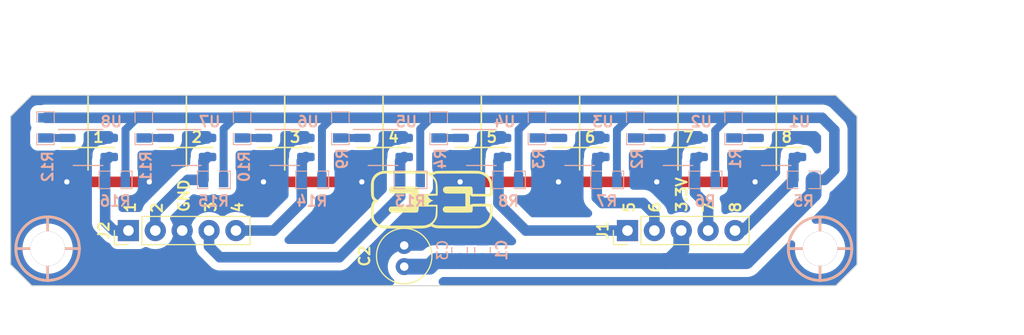
<source format=kicad_pcb>
(kicad_pcb (version 20221018) (generator pcbnew)
  (layers (0 "F.Cu" signal) (31 "B.Cu" signal) (34 "B.Paste" user) (35 "F.Paste" user) (36 "B.SilkS" user "B.Silkscreen") (37 "F.SilkS" user "F.Silkscreen") (38 "B.Mask" user) (39 "F.Mask" user) (44 "Edge.Cuts" user))
  (net 0 "")
  (net 1 "GND")
  (net 2 "+3V3")
  (net 3 "Net-(U1-A)")
  (net 4 "Net-(U2-A)")
  (net 5 "Net-(U3-A)")
  (net 6 "Net-(U4-A)")
  (net 7 "/OUT_1")
  (net 8 "/OUT_2")
  (net 9 "/OUT_3")
  (net 10 "/OUT_4")
  (net 11 "Net-(U5-A)")
  (net 12 "Net-(U6-A)")
  (net 13 "Net-(U7-A)")
  (net 14 "Net-(U8-A)")
  (net 15 "/OUT_5")
  (net 16 "/OUT_6")
  (net 17 "/OUT_7")
  (net 18 "/OUT_8")
  (footprint "EESTN5-v2:Separador_M3_5mm" (layer "F.Cu") (at 123.5 70.5)
    (fp_text reference "H1" hide)
    (fp_text value "HOLE" hide)
    (pad "1" thru_hole circle (at 0 0) (size 3.25 3.25) (drill 3.25) (layers "*.Cu" "*.Mask"))
  )
  (footprint "EESTN5-v2:Separador_M3_5mm" (layer "F.Cu") (at 196.5 70.5)
    (fp_text reference "H2" hide)
    (fp_text value "HOLE" hide)
    (pad "1" thru_hole circle (at 0 0) (size 3.25 3.25) (drill 3.25) (layers "*.Cu" "*.Mask"))
  )
  (footprint "EESTN5-v2:33_2_logo" (layer "F.Cu") (at 159.8 65.85 180)
    (fp_text reference "G***" hide)
    (fp_text value "LOGO" hide)
  )
  (footprint "Connector_PinHeader_2.54mm:PinHeader_1x05_P2.54mm_Vertical" (layer "F.Cu") (at 131.1375 68.79 90)
    (fp_text reference "J2" (at 0 -2.33 90) (layer "F.SilkS") (effects (font (thickness 0.2) bold)))
    (fp_text value "Conn_01x05_Pin")
    (pad "1" thru_hole rect (at 0 0 90) (size 2 2) (drill 1) (layers "*.Cu" "*.Mask") (net 18 "/OUT_8"))
    (pad "2" thru_hole oval (at 0 2.54 90) (size 2 2) (drill 1) (layers "*.Cu" "*.Mask") (net 17 "/OUT_7"))
    (pad "3" thru_hole oval (at 0 5.08 90) (size 2 2) (drill 1) (layers "*.Cu" "*.Mask") (net 1 "GND"))
    (pad "4" thru_hole oval (at 0 7.62 90) (size 2 2) (drill 1) (layers "*.Cu" "*.Mask") (net 15 "/OUT_5"))
    (pad "5" thru_hole oval (at 0 10.16 90) (size 2 2) (drill 1) (layers "*.Cu" "*.Mask") (net 16 "/OUT_6"))
  )
  (footprint "Connector_PinHeader_2.54mm:PinHeader_1x05_P2.54mm_Vertical" (layer "F.Cu") (at 178.3025 68.79 90)
    (fp_text reference "J1" (at 0 -2.33 90) (layer "F.SilkS") (effects (font (thickness 0.2) bold)))
    (fp_text value "Conn_01x05_Pin")
    (pad "1" thru_hole rect (at 0 0 90) (size 2 2) (drill 1) (layers "*.Cu" "*.Mask") (net 10 "/OUT_4"))
    (pad "2" thru_hole oval (at 0 2.54 90) (size 2 2) (drill 1) (layers "*.Cu" "*.Mask") (net 9 "/OUT_3"))
    (pad "3" thru_hole oval (at 0 5.08 90) (size 2 2) (drill 1) (layers "*.Cu" "*.Mask") (net 2 "+3V3"))
    (pad "4" thru_hole oval (at 0 7.62 90) (size 2 2) (drill 1) (layers "*.Cu" "*.Mask") (net 8 "/OUT_2"))
    (pad "5" thru_hole oval (at 0 10.16 90) (size 2 2) (drill 1) (layers "*.Cu" "*.Mask") (net 7 "/OUT_1"))
  )
  (footprint "Capacitor_THT:C_Radial_D5.0mm_H11.0mm_P2.00mm" (layer "F.Cu") (at 157.2 72.2 90)
    (fp_text reference "C2" (at 1 -3.75 90) (layer "F.SilkS") (effects (font (thickness 0.2) bold)))
    (fp_text value "100uf")
    (pad "1" thru_hole circle (at 0 0 90) (size 1.6 1.6) (drill 0.8) (layers "*.Cu" "*.Mask") (net 2 "+3V3"))
    (pad "2" thru_hole circle (at 2 0 90) (size 1.6 1.6) (drill 0.8) (layers "*.Cu" "*.Mask") (net 1 "GND"))
  )
  (footprint "EESTN5-v2:R_0805" (layer "B.Cu") (at 148.47335 64)
    (fp_text reference "R14" (at 0 2) (layer "B.SilkS") (effects (font (thickness 0.2) bold) (justify mirror)))
    (fp_text value "10k" hide)
    (pad "1" smd rect (at -0.9525 0) (size 0.889 1.397) (layers "B.Cu" "B.Paste" "B.Mask") (net 16 "/OUT_6"))
    (pad "2" smd rect (at 0.9525 0) (size 0.889 1.397) (layers "B.Cu" "B.Paste" "B.Mask") (net 2 "+3V3"))
  )
  (footprint "OptoDevice:OnSemi_CASE100CY" (layer "B.Cu") (at 127.322499 60.94 -90)
    (fp_text reference "U8" (at -2.44 -2.2) (layer "B.SilkS") (effects (font (thickness 0.2) bold) (justify mirror)))
    (fp_text value "QRE1113GR")
    (pad "1" smd roundrect (at -0.9 2 270) (size 0.79 1.66) (layers "B.Cu" "B.Paste" "B.Mask") (net 14 "Net-(U8-A)"))
    (pad "2" smd roundrect (at -0.9 -2 270) (size 0.79 1.66) (layers "B.Cu" "B.Paste" "B.Mask") (net 1 "GND"))
    (pad "3" smd roundrect (at 0.9 -2 270) (size 0.79 1.66) (layers "B.Cu" "B.Paste" "B.Mask") (net 18 "/OUT_8"))
    (pad "4" smd roundrect (at 0.9 2 270) (size 0.79 1.66) (layers "B.Cu" "B.Paste" "B.Mask") (net 1 "GND"))
  )
  (footprint "EESTN5-v2:R_0805" (layer "B.Cu") (at 129.889499 64)
    (fp_text reference "R16" (at 0 2) (layer "B.SilkS") (effects (font (thickness 0.2) bold) (justify mirror)))
    (fp_text value "10k" hide)
    (pad "1" smd rect (at -0.9525 0) (size 0.889 1.397) (layers "B.Cu" "B.Paste" "B.Mask") (net 18 "/OUT_8"))
    (pad "2" smd rect (at 0.9525 0) (size 0.889 1.397) (layers "B.Cu" "B.Paste" "B.Mask") (net 2 "+3V3"))
  )
  (footprint "OptoDevice:OnSemi_CASE100CY" (layer "B.Cu") (at 192.36597 60.94 -90)
    (fp_text reference "U1" (at -2.44 -2.2) (layer "B.SilkS") (effects (font (thickness 0.2) bold) (justify mirror)))
    (fp_text value "QRE1113GR")
    (pad "1" smd roundrect (at -0.9 2 270) (size 0.79 1.66) (layers "B.Cu" "B.Paste" "B.Mask") (net 3 "Net-(U1-A)"))
    (pad "2" smd roundrect (at -0.9 -2 270) (size 0.79 1.66) (layers "B.Cu" "B.Paste" "B.Mask") (net 1 "GND"))
    (pad "3" smd roundrect (at 0.9 -2 270) (size 0.79 1.66) (layers "B.Cu" "B.Paste" "B.Mask") (net 7 "/OUT_1"))
    (pad "4" smd roundrect (at 0.9 2 270) (size 0.79 1.66) (layers "B.Cu" "B.Paste" "B.Mask") (net 1 "GND"))
  )
  (footprint "Capacitor_SMD:C_0805_2012Metric_Pad1.18x1.45mm_HandSolder" (layer "B.Cu") (at 164.6 70.6425 90)
    (fp_text reference "C1" (at 0.0025 1.81 90) (layer "B.SilkS") (effects (font (thickness 0.2) bold) (justify mirror)))
    (fp_text value "100nf")
    (pad "1" smd roundrect (at -1.0375 0 90) (size 1.175 1.45) (layers "B.Cu" "B.Paste" "B.Mask") (roundrect_rratio 0.2127659574) (net 2 "+3V3"))
    (pad "2" smd roundrect (at 1.0375 0 90) (size 1.175 1.45) (layers "B.Cu" "B.Paste" "B.Mask") (roundrect_rratio 0.2127659574) (net 1 "GND"))
  )
  (footprint "EESTN5-v2:R_0805" (layer "B.Cu") (at 123.3 59.0875 -90)
    (fp_text reference "R12" (at 3.6625 -0.2 90) (layer "B.SilkS") (effects (font (thickness 0.2) bold) (justify mirror)))
    (fp_text value "100" hide)
    (pad "1" smd rect (at -0.9525 0 270) (size 0.889 1.397) (layers "B.Cu" "B.Paste" "B.Mask") (net 2 "+3V3"))
    (pad "2" smd rect (at 0.9525 0 270) (size 0.889 1.397) (layers "B.Cu" "B.Paste" "B.Mask") (net 14 "Net-(U8-A)"))
  )
  (footprint "OptoDevice:OnSemi_CASE100CY" (layer "B.Cu") (at 145.90635 60.94 -90)
    (fp_text reference "U6" (at -2.44 -2.2) (layer "B.SilkS") (effects (font (thickness 0.2) bold) (justify mirror)))
    (fp_text value "QRE1113GR")
    (pad "1" smd roundrect (at -0.9 2 270) (size 0.79 1.66) (layers "B.Cu" "B.Paste" "B.Mask") (net 12 "Net-(U6-A)"))
    (pad "2" smd roundrect (at -0.9 -2 270) (size 0.79 1.66) (layers "B.Cu" "B.Paste" "B.Mask") (net 1 "GND"))
    (pad "3" smd roundrect (at 0.9 -2 270) (size 0.79 1.66) (layers "B.Cu" "B.Paste" "B.Mask") (net 16 "/OUT_6"))
    (pad "4" smd roundrect (at 0.9 2 270) (size 0.79 1.66) (layers "B.Cu" "B.Paste" "B.Mask") (net 1 "GND"))
  )
  (footprint "EESTN5-v2:R_0805" (layer "B.Cu") (at 167.057198 64)
    (fp_text reference "R8" (at 0 2) (layer "B.SilkS") (effects (font (thickness 0.2) bold) (justify mirror)))
    (fp_text value "10k" hide)
    (pad "1" smd rect (at -0.9525 0) (size 0.889 1.397) (layers "B.Cu" "B.Paste" "B.Mask") (net 10 "/OUT_4"))
    (pad "2" smd rect (at 0.9525 0) (size 0.889 1.397) (layers "B.Cu" "B.Paste" "B.Mask") (net 2 "+3V3"))
  )
  (footprint "EESTN5-v2:R_0805" (layer "B.Cu") (at 179.03571 59.0875 -90)
    (fp_text reference "R2" (at 2.9125 -0.175 90) (layer "B.SilkS") (effects (font (thickness 0.2) bold) (justify mirror)))
    (fp_text value "100" hide)
    (pad "1" smd rect (at -0.9525 0 270) (size 0.889 1.397) (layers "B.Cu" "B.Paste" "B.Mask") (net 2 "+3V3"))
    (pad "2" smd rect (at 0.9525 0 270) (size 0.889 1.397) (layers "B.Cu" "B.Paste" "B.Mask") (net 4 "Net-(U2-A)"))
  )
  (footprint "EESTN5-v2:R_0805" (layer "B.Cu") (at 160.45714 59.0875 -90)
    (fp_text reference "R4" (at 2.9125 -0.175 90) (layer "B.SilkS") (effects (font (thickness 0.2) bold) (justify mirror)))
    (fp_text value "100" hide)
    (pad "1" smd rect (at -0.9525 0 270) (size 0.889 1.397) (layers "B.Cu" "B.Paste" "B.Mask") (net 2 "+3V3"))
    (pad "2" smd rect (at 0.9525 0 270) (size 0.889 1.397) (layers "B.Cu" "B.Paste" "B.Mask") (net 6 "Net-(U4-A)"))
  )
  (footprint "EESTN5-v2:R_0805" (layer "B.Cu") (at 185.641046 64)
    (fp_text reference "R6" (at 0 2) (layer "B.SilkS") (effects (font (thickness 0.2) bold) (justify mirror)))
    (fp_text value "10k" hide)
    (pad "1" smd rect (at -0.9525 0) (size 0.889 1.397) (layers "B.Cu" "B.Paste" "B.Mask") (net 8 "/OUT_2"))
    (pad "2" smd rect (at 0.9525 0) (size 0.889 1.397) (layers "B.Cu" "B.Paste" "B.Mask") (net 2 "+3V3"))
  )
  (footprint "OptoDevice:OnSemi_CASE100CY" (layer "B.Cu") (at 164.490198 60.94 -90)
    (fp_text reference "U4" (at -2.44 -2.2) (layer "B.SilkS") (effects (font (thickness 0.2) bold) (justify mirror)))
    (fp_text value "QRE1113GR")
    (pad "1" smd roundrect (at -0.9 2 270) (size 0.79 1.66) (layers "B.Cu" "B.Paste" "B.Mask") (net 6 "Net-(U4-A)"))
    (pad "2" smd roundrect (at -0.9 -2 270) (size 0.79 1.66) (layers "B.Cu" "B.Paste" "B.Mask") (net 1 "GND"))
    (pad "3" smd roundrect (at 0.9 -2 270) (size 0.79 1.66) (layers "B.Cu" "B.Paste" "B.Mask") (net 10 "/OUT_4"))
    (pad "4" smd roundrect (at 0.9 2 270) (size 0.79 1.66) (layers "B.Cu" "B.Paste" "B.Mask") (net 1 "GND"))
  )
  (footprint "OptoDevice:OnSemi_CASE100CY" (layer "B.Cu") (at 136.614426 60.94 -90)
    (fp_text reference "U7" (at -2.44 -2.2) (layer "B.SilkS") (effects (font (thickness 0.2) bold) (justify mirror)))
    (fp_text value "QRE1113GR")
    (pad "1" smd roundrect (at -0.9 2 270) (size 0.79 1.66) (layers "B.Cu" "B.Paste" "B.Mask") (net 13 "Net-(U7-A)"))
    (pad "2" smd roundrect (at -0.9 -2 270) (size 0.79 1.66) (layers "B.Cu" "B.Paste" "B.Mask") (net 1 "GND"))
    (pad "3" smd roundrect (at 0.9 -2 270) (size 0.79 1.66) (layers "B.Cu" "B.Paste" "B.Mask") (net 17 "/OUT_7"))
    (pad "4" smd roundrect (at 0.9 2 270) (size 0.79 1.66) (layers "B.Cu" "B.Paste" "B.Mask") (net 1 "GND"))
  )
  (footprint "EESTN5-v2:R_0805" (layer "B.Cu") (at 169.746425 59.0875 -90)
    (fp_text reference "R3" (at 2.9125 -0.175 90) (layer "B.SilkS") (effects (font (thickness 0.2) bold) (justify mirror)))
    (fp_text value "100" hide)
    (pad "1" smd rect (at -0.9525 0 270) (size 0.889 1.397) (layers "B.Cu" "B.Paste" "B.Mask") (net 2 "+3V3"))
    (pad "2" smd rect (at 0.9525 0 270) (size 0.889 1.397) (layers "B.Cu" "B.Paste" "B.Mask") (net 5 "Net-(U3-A)"))
  )
  (footprint "EESTN5-v2:R_0805" (layer "B.Cu") (at 139.181426 64)
    (fp_text reference "R15" (at 0 2) (layer "B.SilkS") (effects (font (thickness 0.2) bold) (justify mirror)))
    (fp_text value "10k" hide)
    (pad "1" smd rect (at -0.9525 0) (size 0.889 1.397) (layers "B.Cu" "B.Paste" "B.Mask") (net 17 "/OUT_7"))
    (pad "2" smd rect (at 0.9525 0) (size 0.889 1.397) (layers "B.Cu" "B.Paste" "B.Mask") (net 2 "+3V3"))
  )
  (footprint "OptoDevice:OnSemi_CASE100CY" (layer "B.Cu") (at 173.782122 60.94 -90)
    (fp_text reference "U3" (at -2.44 -2.2) (layer "B.SilkS") (effects (font (thickness 0.2) bold) (justify mirror)))
    (fp_text value "QRE1113GR")
    (pad "1" smd roundrect (at -0.9 2 270) (size 0.79 1.66) (layers "B.Cu" "B.Paste" "B.Mask") (net 5 "Net-(U3-A)"))
    (pad "2" smd roundrect (at -0.9 -2 270) (size 0.79 1.66) (layers "B.Cu" "B.Paste" "B.Mask") (net 1 "GND"))
    (pad "3" smd roundrect (at 0.9 -2 270) (size 0.79 1.66) (layers "B.Cu" "B.Paste" "B.Mask") (net 9 "/OUT_3"))
    (pad "4" smd roundrect (at 0.9 2 270) (size 0.79 1.66) (layers "B.Cu" "B.Paste" "B.Mask") (net 1 "GND"))
  )
  (footprint "EESTN5-v2:R_0805" (layer "B.Cu") (at 157.765274 64)
    (fp_text reference "R13" (at 0 2) (layer "B.SilkS") (effects (font (thickness 0.2) bold) (justify mirror)))
    (fp_text value "10k" hide)
    (pad "1" smd rect (at -0.9525 0) (size 0.889 1.397) (layers "B.Cu" "B.Paste" "B.Mask") (net 15 "/OUT_5"))
    (pad "2" smd rect (at 0.9525 0) (size 0.889 1.397) (layers "B.Cu" "B.Paste" "B.Mask") (net 2 "+3V3"))
  )
  (footprint "EESTN5-v2:R_0805" (layer "B.Cu") (at 151.167855 59.0875 -90)
    (fp_text reference "R9" (at 2.9125 -0.175 90) (layer "B.SilkS") (effects (font (thickness 0.2) bold) (justify mirror)))
    (fp_text value "100" hide)
    (pad "1" smd rect (at -0.9525 0 270) (size 0.889 1.397) (layers "B.Cu" "B.Paste" "B.Mask") (net 2 "+3V3"))
    (pad "2" smd rect (at 0.9525 0 270) (size 0.889 1.397) (layers "B.Cu" "B.Paste" "B.Mask") (net 11 "Net-(U5-A)"))
  )
  (footprint "EESTN5-v2:R_0805" (layer "B.Cu") (at 141.87857 59.0875 -90)
    (fp_text reference "R10" (at 3.6625 -0.2 90) (layer "B.SilkS") (effects (font (thickness 0.2) bold) (justify mirror)))
    (fp_text value "100" hide)
    (pad "1" smd rect (at -0.9525 0 270) (size 0.889 1.397) (layers "B.Cu" "B.Paste" "B.Mask") (net 2 "+3V3"))
    (pad "2" smd rect (at 0.9525 0 270) (size 0.889 1.397) (layers "B.Cu" "B.Paste" "B.Mask") (net 12 "Net-(U6-A)"))
  )
  (footprint "EESTN5-v2:R_0805" (layer "B.Cu") (at 188.325 59.0875 -90)
    (fp_text reference "R1" (at 2.9125 -0.175 90) (layer "B.SilkS") (effects (font (thickness 0.2) bold) (justify mirror)))
    (fp_text value "100" hide)
    (pad "1" smd rect (at -0.9525 0 270) (size 0.889 1.397) (layers "B.Cu" "B.Paste" "B.Mask") (net 2 "+3V3"))
    (pad "2" smd rect (at 0.9525 0 270) (size 0.889 1.397) (layers "B.Cu" "B.Paste" "B.Mask") (net 3 "Net-(U1-A)"))
  )
  (footprint "EESTN5-v2:R_0805" (layer "B.Cu") (at 132.589285 59.0875 -90)
    (fp_text reference "R11" (at 3.6625 -0.2 90) (layer "B.SilkS") (effects (font (thickness 0.2) bold) (justify mirror)))
    (fp_text value "100" hide)
    (pad "1" smd rect (at -0.9525 0 270) (size 0.889 1.397) (layers "B.Cu" "B.Paste" "B.Mask") (net 2 "+3V3"))
    (pad "2" smd rect (at 0.9525 0 270) (size 0.889 1.397) (layers "B.Cu" "B.Paste" "B.Mask") (net 13 "Net-(U7-A)"))
  )
  (footprint "EESTN5-v2:R_0805" (layer "B.Cu") (at 194.93297 64)
    (fp_text reference "R5" (at 0 2) (layer "B.SilkS") (effects (font (thickness 0.2) bold) (justify mirror)))
    (fp_text value "10k" hide)
    (pad "1" smd rect (at -0.9525 0) (size 0.889 1.397) (layers "B.Cu" "B.Paste" "B.Mask") (net 7 "/OUT_1"))
    (pad "2" smd rect (at 0.9525 0) (size 0.889 1.397) (layers "B.Cu" "B.Paste" "B.Mask") (net 2 "+3V3"))
  )
  (footprint "Capacitor_SMD:C_0805_2012Metric_Pad1.18x1.45mm_HandSolder" (layer "B.Cu") (at 162.43 70.6425 90)
    (fp_text reference "C3" (at 0 -1.61 90) (layer "B.SilkS") (effects (justify mirror)))
    (fp_text value "100nf")
    (pad "1" smd roundrect (at -1.0375 0 90) (size 1.175 1.45) (layers "B.Cu" "B.Paste" "B.Mask") (roundrect_rratio 0.2127659574) (net 2 "+3V3"))
    (pad "2" smd roundrect (at 1.0375 0 90) (size 1.175 1.45) (layers "B.Cu" "B.Paste" "B.Mask") (roundrect_rratio 0.2127659574) (net 1 "GND"))
  )
  (footprint "EESTN5-v2:R_0805" (layer "B.Cu") (at 176.349122 64)
    (fp_text reference "R7" (at 0 2) (layer "B.SilkS") (effects (font (thickness 0.2) bold) (justify mirror)))
    (fp_text value "10k" hide)
    (pad "1" smd rect (at -0.9525 0) (size 0.889 1.397) (layers "B.Cu" "B.Paste" "B.Mask") (net 9 "/OUT_3"))
    (pad "2" smd rect (at 0.9525 0) (size 0.889 1.397) (layers "B.Cu" "B.Paste" "B.Mask") (net 2 "+3V3"))
  )
  (footprint "OptoDevice:OnSemi_CASE100CY" (layer "B.Cu") (at 183.074046 60.94 -90)
    (fp_text reference "U2" (at -2.44 -2.2) (layer "B.SilkS") (effects (font (thickness 0.2) bold) (justify mirror)))
    (fp_text value "QRE1113GR")
    (pad "1" smd roundrect (at -0.9 2 270) (size 0.79 1.66) (layers "B.Cu" "B.Paste" "B.Mask") (net 4 "Net-(U2-A)"))
    (pad "2" smd roundrect (at -0.9 -2 270) (size 0.79 1.66) (layers "B.Cu" "B.Paste" "B.Mask") (net 1 "GND"))
    (pad "3" smd roundrect (at 0.9 -2 270) (size 0.79 1.66) (layers "B.Cu" "B.Paste" "B.Mask") (net 8 "/OUT_2"))
    (pad "4" smd roundrect (at 0.9 2 270) (size 0.79 1.66) (layers "B.Cu" "B.Paste" "B.Mask") (net 1 "GND"))
  )
  (footprint "OptoDevice:OnSemi_CASE100CY" (layer "B.Cu") (at 155.198274 60.94 -90)
    (fp_text reference "U5" (at -2.44 -2.2) (layer "B.SilkS") (effects (font (thickness 0.2) bold) (justify mirror)))
    (fp_text value "QRE1113GR")
    (pad "1" smd roundrect (at -0.9 2 270) (size 0.79 1.66) (layers "B.Cu" "B.Paste" "B.Mask") (net 11 "Net-(U5-A)"))
    (pad "2" smd roundrect (at -0.9 -2 270) (size 0.79 1.66) (layers "B.Cu" "B.Paste" "B.Mask") (net 1 "GND"))
    (pad "3" smd roundrect (at 0.9 -2 270) (size 0.79 1.66) (layers "B.Cu" "B.Paste" "B.Mask") (net 15 "/OUT_5"))
    (pad "4" smd roundrect (at 0.9 2 270) (size 0.79 1.66) (layers "B.Cu" "B.Paste" "B.Mask") (net 1 "GND"))
  )
  (gr_line (start 164.490198 56.06) (end 164.490198 63.06) (stroke (width 0.15)) (layer "F.SilkS"))
  (gr_line (start 124.822499 60.94) (end 129.822499 60.94) (stroke (width 0.15)) (layer "F.SilkS"))
  (gr_line (start 180.574046 60.94) (end 185.574046 60.94) (stroke (width 0.15)) (layer "F.SilkS"))
  (gr_line (start 183.074046 56.06) (end 183.074046 63.06) (stroke (width 0.15)) (layer "F.SilkS"))
  (gr_line (start 161.990198 60.94) (end 166.990198 60.94) (stroke (width 0.15)) (layer "F.SilkS"))
  (gr_line (start 134.114426 60.94) (end 139.114426 60.94) (stroke (width 0.15)) (layer "F.SilkS"))
  (gr_line (start 143.40635 60.94) (end 148.40635 60.94) (stroke (width 0.15)) (layer "F.SilkS"))
  (gr_line (start 171.282122 60.94) (end 176.282122 60.94) (stroke (width 0.15)) (layer "F.SilkS"))
  (gr_line (start 145.90635 56.06) (end 145.90635 63.06) (stroke (width 0.15)) (layer "F.SilkS"))
  (gr_line (start 173.782122 56.06) (end 173.782122 63.06) (stroke (width 0.15)) (layer "F.SilkS"))
  (gr_line (start 155.198274 56.06) (end 155.198274 63.06) (stroke (width 0.15)) (layer "F.SilkS"))
  (gr_line (start 192.36597 56.06) (end 192.36597 63.06) (stroke (width 0.15)) (layer "F.SilkS"))
  (gr_line (start 127.322499 56.06) (end 127.322499 63.06) (stroke (width 0.15)) (layer "F.SilkS"))
  (gr_line (start 189.86597 60.94) (end 194.86597 60.94) (stroke (width 0.15)) (layer "F.SilkS"))
  (gr_line (start 136.614426 56.06) (end 136.614426 63.06) (stroke (width 0.15)) (layer "F.SilkS"))
  (gr_line (start 152.698274 60.94) (end 157.698274 60.94) (stroke (width 0.15)) (layer "F.SilkS"))
  (gr_line (start 200 58) (end 200 72) (stroke (width 0.1)) (layer "Edge.Cuts"))
  (gr_line (start 120 58) (end 122 56) (stroke (width 0.1)) (layer "Edge.Cuts"))
  (gr_line (start 198 74) (end 122 74) (stroke (width 0.1)) (layer "Edge.Cuts"))
  (gr_line (start 120 72) (end 120 58) (stroke (width 0.1)) (layer "Edge.Cuts"))
  (gr_line (start 122 74) (end 120 72) (stroke (width 0.1)) (layer "Edge.Cuts"))
  (gr_line (start 122 56) (end 198 56) (stroke (width 0.1)) (layer "Edge.Cuts"))
  (gr_line (start 200 72) (end 198 74) (stroke (width 0.1)) (layer "Edge.Cuts"))
  (gr_line (start 198 56) (end 200 58) (stroke (width 0.1)) (layer "Edge.Cuts"))
  (gr_text "8" (at 192.743471 60.55) (layer "F.SilkS") (effects (font (size 1 1) (thickness 0.2) bold) (justify left bottom)))
  (gr_text "4\n" (at 142.0475 67.2 90) (layer "F.SilkS") (effects (font (size 1 1) (thickness 0.2) bold) (justify left bottom)))
  (gr_text "4" (at 155.575775 60.55) (layer "F.SilkS") (effects (font (size 1 1) (thickness 0.2) bold) (justify left bottom)))
  (gr_text "7" (at 183.451547 60.55) (layer "F.SilkS") (effects (font (size 1 1) (thickness 0.2) bold) (justify left bottom)))
  (gr_text "5" (at 164.867699 60.55) (layer "F.SilkS") (effects (font (size 1 1) (thickness 0.2) bold) (justify left bottom)))
  (gr_text "6\n" (at 181.47 67.2 90) (layer "F.SilkS") (effects (font (size 1 1) (thickness 0.2) bold) (justify left bottom)))
  (gr_text "3.3V\n" (at 184.01 67.15 90) (layer "F.SilkS") (effects (font (size 1 1) (thickness 0.2) bold) (justify left bottom)))
  (gr_text "3" (at 146.283851 60.55) (layer "F.SilkS") (effects (font (size 1 1) (thickness 0.2) bold) (justify left bottom)))
  (gr_text "8\n" (at 189.09 67.2 90) (layer "F.SilkS") (effects (font (size 1 1) (thickness 0.2) bold) (justify left bottom)))
  (gr_text "3\n" (at 139.5075 67.15 90) (layer "F.SilkS") (effects (font (size 1 1) (thickness 0.2) bold) (justify left bottom)))
  (gr_text "6" (at 174.159623 60.55) (layer "F.SilkS") (effects (font (size 1 1) (thickness 0.2) bold) (justify left bottom)))
  (gr_text "7\n" (at 186.55 67.2 90) (layer "F.SilkS") (effects (font (size 1 1) (thickness 0.2) bold) (justify left bottom)))
  (gr_text "1" (at 131.8875 67.2 90) (layer "F.SilkS") (effects (font (size 1 1) (thickness 0.2) bold) (justify left bottom)))
  (gr_text "GND\n" (at 136.9675 67.15 90) (layer "F.SilkS") (effects (font (size 1 1) (thickness 0.2) bold) (justify left bottom)))
  (gr_text "2" (at 136.991927 60.55) (layer "F.SilkS") (effects (font (size 1 1) (thickness 0.2) bold) (justify left bottom)))
  (gr_text "2" (at 134.4275 67.25 90) (layer "F.SilkS") (effects (font (size 1 1) (thickness 0.2) bold) (justify left bottom)))
  (gr_text "1" (at 127.7 60.55) (layer "F.SilkS") (effects (font (size 1 1) (thickness 0.2) bold) (justify left bottom)))
  (gr_text "5\n" (at 179.0525 67.2 90) (layer "F.SilkS") (effects (font (size 1 1) (thickness 0.2) bold) (justify left bottom)))
  (segment (start 162.486152 64.19) (end 171.778076 64.19) (width 1) (layer "F.Cu") (net 1))
  (segment (start 190.361924 64.19) (end 181.07 64.19) (width 1) (layer "F.Cu") (net 1))
  (segment (start 143.902304 64.19) (end 153.194228 64.19) (width 1) (layer "F.Cu") (net 1))
  (segment (start 181.07 64.19) (end 171.778076 64.19) (width 1) (layer "F.Cu") (net 1))
  (segment (start 125.355 64.375) (end 125.32 64.34) (width 0.75) (layer "F.Cu") (net 1))
  (segment (start 125.318453 64.19) (end 133.11 64.19) (width 1) (layer "F.Cu") (net 1))
  (via (at 125.318453 64.19) (size 1) (drill 0.5) (layers "F.Cu" "B.Cu") (net 1))
  (via (at 143.902304 64.19) (size 1) (drill 0.5) (layers "F.Cu" "B.Cu") (net 1))
  (via (at 181.07 64.19) (size 1) (drill 0.5) (layers "F.Cu" "B.Cu") (net 1))
  (via (at 171.778076 64.19) (size 1) (drill 0.5) (layers "F.Cu" "B.Cu") (net 1))
  (via (at 190.361924 64.19) (size 1) (drill 0.5) (layers "F.Cu" "B.Cu") (net 1))
  (via (at 133.11 64.19) (size 1) (drill 0.5) (layers "F.Cu" "B.Cu") (net 1))
  (via (at 162.486152 64.19) (size 1) (drill 0.5) (layers "F.Cu" "B.Cu") (net 1))
  (via (at 153.194228 64.19) (size 1) (drill 0.5) (layers "F.Cu" "B.Cu") (net 1))
  (segment (start 169.145 58.135) (end 169.746425 58.135) (width 0.75) (layer "B.Cu") (net 2))
  (segment (start 195.88547 64) (end 195.88547 65.32453) (width 1.5) (layer "B.Cu") (net 2))
  (segment (start 197.85 63.05) (end 196.9 64) (width 1) (layer "B.Cu") (net 2))
  (segment (start 162.43 71.68) (end 160.12 71.68) (width 1.5) (layer "B.Cu") (net 2))
  (segment (start 158.717774 59.192226) (end 159.775 58.135) (width 0.75) (layer "B.Cu") (net 2))
  (segment (start 183.3825 70.5675) (end 183.3825 68.79) (width 1.5) (layer "B.Cu") (net 2))
  (segment (start 196.685 58.135) (end 197.85 59.3) (width 1) (layer "B.Cu") (net 2))
  (segment (start 160.12 71.68) (end 159.6 72.2) (width 1.5) (layer "B.Cu") (net 2))
  (segment (start 177.301622 59.288378) (end 178.455 58.135) (width 0.75) (layer "B.Cu") (net 2))
  (segment (start 140.133926 64) (end 140.133926 59.176074) (width 0.75) (layer "B.Cu") (net 2))
  (segment (start 168.009698 59.270302) (end 169.145 58.135) (width 0.75) (layer "B.Cu") (net 2))
  (segment (start 164.6 71.68) (end 181.79 71.68) (width 1.5) (layer "B.Cu") (net 2))
  (segment (start 159.775 58.135) (end 196.685 58.135) (width 1) (layer "B.Cu") (net 2))
  (segment (start 181.79 71.68) (end 182.27 71.68) (width 1.5) (layer "B.Cu") (net 2))
  (segment (start 149.42585 59.10915) (end 150.4 58.135) (width 0.75) (layer "B.Cu") (net 2))
  (segment (start 189.53 71.68) (end 181.79 71.68) (width 1.5) (layer "B.Cu") (net 2))
  (segment (start 159.6 72.2) (end 157.2 72.2) (width 1.5) (layer "B.Cu") (net 2))
  (segment (start 182.27 71.68) (end 183.3825 70.5675) (width 1.5) (layer "B.Cu") (net 2))
  (segment (start 130.86 63.86) (end 130.86 59.25) (width 0.75) (layer "B.Cu") (net 2))
  (segment (start 149.42585 64) (end 149.42585 59.10915) (width 0.75) (layer "B.Cu") (net 2))
  (segment (start 123.3 58.135) (end 141.175 58.135) (width 1) (layer "B.Cu") (net 2))
  (segment (start 178.455 58.135) (end 179.03571 58.135) (width 0.75) (layer "B.Cu") (net 2))
  (segment (start 131.975 58.135) (end 132.6 58.135) (width 0.75) (layer "B.Cu") (net 2))
  (segment (start 186.593546 64) (end 186.593546 59.326454) (width 0.75) (layer "B.Cu") (net 2))
  (segment (start 177.301622 64) (end 177.301622 59.288378) (width 0.75) (layer "B.Cu") (net 2))
  (segment (start 158.717774 64) (end 158.717774 59.192226) (width 0.75) (layer "B.Cu") (net 2))
  (segment (start 197.85 59.3) (end 197.85 63.05) (width 1) (layer "B.Cu") (net 2))
  (segment (start 186.593546 59.326454) (end 187.785 58.135) (width 0.75) (layer "B.Cu") (net 2))
  (segment (start 195.88547 65.32453) (end 189.53 71.68) (width 1.5) (layer "B.Cu") (net 2))
  (segment (start 164.6 71.68) (end 162.43 71.68) (width 1.5) (layer "B.Cu") (net 2))
  (segment (start 130.86 59.25) (end 131.975 58.135) (width 0.75) (layer "B.Cu") (net 2))
  (segment (start 168.009698 64) (end 168.009698 59.270302) (width 0.75) (layer "B.Cu") (net 2))
  (segment (start 140.133926 59.176074) (end 141.175 58.135) (width 0.75) (layer "B.Cu") (net 2))
  (segment (start 196.9 64) (end 195.88547 64) (width 1) (layer "B.Cu") (net 2))
  (segment (start 150.4 58.135) (end 159.775 58.135) (width 1) (layer "B.Cu") (net 2))
  (segment (start 141.175 58.135) (end 150.4 58.135) (width 1) (layer "B.Cu") (net 2))
  (segment (start 187.785 58.135) (end 188.325 58.135) (width 0.75) (layer "B.Cu") (net 2))
  (segment (start 188.325 60.04) (end 190.36597 60.04) (width 0.75) (layer "B.Cu") (net 3))
  (segment (start 179.03571 60.04) (end 181.074046 60.04) (width 0.75) (layer "B.Cu") (net 4))
  (segment (start 169.746425 60.04) (end 171.782122 60.04) (width 0.75) (layer "B.Cu") (net 5))
  (segment (start 160.45714 60.04) (end 162.490198 60.04) (width 0.75) (layer "B.Cu") (net 6))
  (segment (start 193.98047 64) (end 193.98047 62.2255) (width 1) (layer "B.Cu") (net 7))
  (segment (start 193.98047 62.2255) (end 194.36597 61.84) (width 1) (layer "B.Cu") (net 7))
  (segment (start 188.4625 68.79) (end 189.19047 68.79) (width 1) (layer "B.Cu") (net 7))
  (segment (start 189.19047 68.79) (end 193.98047 64) (width 1) (layer "B.Cu") (net 7))
  (segment (start 185.9225 68.79) (end 185.9225 66.485408) (width 1) (layer "B.Cu") (net 8))
  (segment (start 184.688546 65.251454) (end 184.688546 64) (width 1) (layer "B.Cu") (net 8))
  (segment (start 185.9225 66.485408) (end 184.688546 65.251454) (width 1) (layer "B.Cu") (net 8))
  (segment (start 184.688546 64) (end 184.688546 62.2255) (width 1) (layer "B.Cu") (net 8))
  (segment (start 184.688546 62.2255) (end 185.074046 61.84) (width 1) (layer "B.Cu") (net 8))
  (segment (start 179.776622 66.186622) (end 175.91 66.186622) (width 1) (layer "B.Cu") (net 9))
  (segment (start 175.396622 65.673244) (end 175.396622 64) (width 1) (layer "B.Cu") (net 9))
  (segment (start 175.396622 62.2255) (end 175.782122 61.84) (width 1) (layer "B.Cu") (net 9))
  (segment (start 175.396622 64) (end 175.396622 62.2255) (width 1) (layer "B.Cu") (net 9))
  (segment (start 175.91 66.186622) (end 175.396622 65.673244) (width 1) (layer "B.Cu") (net 9))
  (segment (start 180.8425 68.79) (end 180.8425 67.2525) (width 1) (layer "B.Cu") (net 9))
  (segment (start 180.8425 67.2525) (end 179.776622 66.186622) (width 1) (layer "B.Cu") (net 9))
  (segment (start 166.104698 66.204698) (end 166.104698 64) (width 1) (layer "B.Cu") (net 10))
  (segment (start 166.104698 62.2255) (end 166.490198 61.84) (width 1) (layer "B.Cu") (net 10))
  (segment (start 178.3025 68.79) (end 168.69 68.79) (width 1) (layer "B.Cu") (net 10))
  (segment (start 168.69 68.79) (end 166.104698 66.204698) (width 1) (layer "B.Cu") (net 10))
  (segment (start 166.104698 64) (end 166.104698 62.2255) (width 1) (layer "B.Cu") (net 10))
  (segment (start 151.167855 60.04) (end 153.198274 60.04) (width 0.75) (layer "B.Cu") (net 11))
  (segment (start 141.87857 60.04) (end 143.90635 60.04) (width 0.75) (layer "B.Cu") (net 12))
  (segment (start 132.6 60.04) (end 134.614426 60.04) (width 0.75) (layer "B.Cu") (net 13))
  (segment (start 123.3 60.04) (end 125.322499 60.04) (width 0.75) (layer "B.Cu") (net 14))
  (segment (start 138.7575 68.79) (end 138.7575 70.2875) (width 1) (layer "B.Cu") (net 15))
  (segment (start 151.07 71.31) (end 156.812774 65.567226) (width 1) (layer "B.Cu") (net 15))
  (segment (start 138.7575 70.2875) (end 139.78 71.31) (width 1) (layer "B.Cu") (net 15))
  (segment (start 156.812774 65.567226) (end 156.812774 64) (width 1) (layer "B.Cu") (net 15))
  (segment (start 156.812774 62.2255) (end 157.198274 61.84) (width 1) (layer "B.Cu") (net 15))
  (segment (start 156.812774 64) (end 156.812774 62.2255) (width 1) (layer "B.Cu") (net 15))
  (segment (start 139.78 71.31) (end 151.07 71.31) (width 1) (layer "B.Cu") (net 15))
  (segment (start 147.52085 62.2255) (end 147.90635 61.84) (width 1) (layer "B.Cu") (net 16))
  (segment (start 144.86 68.79) (end 147.52085 66.12915) (width 1) (layer "B.Cu") (net 16))
  (segment (start 141.2975 68.79) (end 144.86 68.79) (width 1) (layer "B.Cu") (net 16))
  (segment (start 147.52085 66.12915) (end 147.52085 64) (width 1) (layer "B.Cu") (net 16))
  (segment (start 147.52085 64) (end 147.52085 62.2255) (width 1) (layer "B.Cu") (net 16))
  (segment (start 133.6775 68.79) (end 133.6775 67.0825) (width 1) (layer "B.Cu") (net 17))
  (segment (start 138.228926 62.2255) (end 138.614426 61.84) (width 1) (layer "B.Cu") (net 17))
  (segment (start 136.76 64) (end 138.228926 64) (width 1) (layer "B.Cu") (net 17))
  (segment (start 138.228926 64) (end 138.228926 62.2255) (width 1) (layer "B.Cu") (net 17))
  (segment (start 133.6775 67.0825) (end 136.76 64) (width 1) (layer "B.Cu") (net 17))
  (segment (start 128.936999 62.2255) (end 129.322499 61.84) (width 1) (layer "B.Cu") (net 18))
  (segment (start 129.76 68.79) (end 128.936999 67.966999) (width 1) (layer "B.Cu") (net 18))
  (segment (start 128.936999 64) (end 128.936999 62.2255) (width 1) (layer "B.Cu") (net 18))
  (segment (start 131.1375 68.79) (end 129.76 68.79) (width 1) (layer "B.Cu") (net 18))
  (segment (start 128.936999 67.966999) (end 128.936999 64) (width 1) (layer "B.Cu") (net 18))
  (zone (net 1) (net_name "GND") (layer "B.Cu") (connect_pads yes (clearance 0.75)) (min_thickness 0.75) (fill yes (thermal_gap 0.75) (thermal_bridge_width 0.75))
    (polygon (pts (xy 119 55) (xy 201 55) (xy 201 75) (xy 119 75)))
  )
)
</source>
